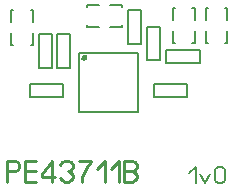
<source format=gbr>
%FSLAX34Y34*%
%MOMM*%
%LNSILK_TOP*%
G71*
G01*
%ADD10C,0.150*%
%ADD11C,0.500*%
%ADD12C,0.222*%
%ADD13C,0.178*%
%LPD*%
G54D10*
X150712Y877689D02*
X100712Y877689D01*
X100712Y927689D01*
X150712Y927689D01*
X150712Y877689D01*
G54D11*
G75*
G01X105462Y923439D02*
G03X105462Y923439I-500J0D01*
G01*
G54D10*
X58912Y890345D02*
X58912Y901320D01*
X87212Y901320D01*
X87212Y890345D01*
X58912Y890345D01*
G54D10*
X192512Y901120D02*
X192512Y890145D01*
X164213Y890145D01*
X164213Y901120D01*
X192512Y901120D01*
G54D10*
X81825Y943269D02*
X92800Y943269D01*
X92800Y914969D01*
X81825Y914969D01*
X81825Y943269D01*
G54D10*
X77719Y914900D02*
X66744Y914900D01*
X66744Y943200D01*
X77719Y943200D01*
X77719Y914900D01*
G54D10*
X153162Y935432D02*
X142188Y935432D01*
X142188Y963732D01*
X153162Y963732D01*
X153162Y935432D01*
G54D10*
X169000Y921145D02*
X158025Y921145D01*
X158025Y949445D01*
X169000Y949445D01*
X169000Y921145D01*
G54D10*
X203025Y929670D02*
X203025Y918695D01*
X174725Y918695D01*
X174725Y929670D01*
X203025Y929670D01*
G54D10*
X61496Y953864D02*
X61496Y963864D01*
X59746Y963864D01*
G54D10*
X43096Y953864D02*
X43096Y963864D01*
X44846Y963864D01*
G54D10*
X43096Y944364D02*
X43096Y934364D01*
X44846Y934364D01*
G54D10*
X61496Y944364D02*
X61496Y934364D01*
X59746Y934364D01*
G54D10*
X117590Y967960D02*
X107590Y967960D01*
X107590Y966210D01*
G54D10*
X117590Y949560D02*
X107590Y949560D01*
X107590Y951310D01*
G54D10*
X127090Y949560D02*
X137090Y949560D01*
X137090Y951310D01*
G54D10*
X127090Y967960D02*
X137090Y967960D01*
X137090Y966210D01*
G54D10*
X198542Y955477D02*
X198542Y965477D01*
X196792Y965477D01*
G54D10*
X180142Y955477D02*
X180142Y965477D01*
X181892Y965477D01*
G54D10*
X180142Y945977D02*
X180142Y935977D01*
X181892Y935977D01*
G54D10*
X198542Y945977D02*
X198542Y935977D01*
X196792Y935977D01*
G54D10*
X226467Y955477D02*
X226467Y965477D01*
X224717Y965477D01*
G54D10*
X208067Y955477D02*
X208067Y965477D01*
X209817Y965477D01*
G54D10*
X208067Y945977D02*
X208067Y935977D01*
X209817Y935977D01*
G54D10*
X226467Y945977D02*
X226467Y935977D01*
X224717Y935977D01*
G54D12*
X39688Y818356D02*
X39688Y836134D01*
X46354Y836134D01*
X49021Y835023D01*
X50354Y832801D01*
X50354Y830578D01*
X49021Y828356D01*
X46354Y827245D01*
X39688Y827245D01*
G54D12*
X64577Y818356D02*
X55244Y818356D01*
X55244Y836134D01*
X64577Y836134D01*
G54D12*
X55244Y827245D02*
X64577Y827245D01*
G54D12*
X77466Y818356D02*
X77466Y836134D01*
X69466Y825023D01*
X69466Y822801D01*
X80132Y822801D01*
G54D12*
X85022Y832801D02*
X86355Y835023D01*
X89022Y836134D01*
X91688Y836134D01*
X94355Y835023D01*
X95688Y832801D01*
X95688Y830578D01*
X94355Y828356D01*
X91688Y827245D01*
X94355Y826134D01*
X95688Y823912D01*
X95688Y821690D01*
X94355Y819467D01*
X91688Y818356D01*
X89022Y818356D01*
X86355Y819467D01*
X85022Y821690D01*
G54D12*
X100578Y836134D02*
X111244Y836134D01*
X109911Y833912D01*
X107244Y830578D01*
X104578Y826134D01*
X103244Y822801D01*
X103244Y818356D01*
G54D12*
X116134Y829467D02*
X122800Y836134D01*
X122800Y818356D01*
G54D12*
X127690Y829467D02*
X134356Y836134D01*
X134356Y818356D01*
G54D12*
X139246Y818356D02*
X139246Y836134D01*
X145912Y836134D01*
X148579Y835023D01*
X149912Y832801D01*
X149912Y830578D01*
X148579Y828356D01*
X145912Y827245D01*
X148579Y826134D01*
X149912Y823912D01*
X149912Y821690D01*
X148579Y819467D01*
X145912Y818356D01*
X139246Y818356D01*
G54D12*
X139246Y827245D02*
X145912Y827245D01*
G54D13*
X194282Y825849D02*
X199616Y831182D01*
X199616Y816960D01*
G54D13*
X203526Y824960D02*
X207793Y816960D01*
X212060Y824960D01*
G54D13*
X224504Y828515D02*
X224504Y819626D01*
X223437Y817849D01*
X221304Y816960D01*
X219170Y816960D01*
X217037Y817849D01*
X215970Y819626D01*
X215970Y828515D01*
X217037Y830293D01*
X219170Y831182D01*
X221304Y831182D01*
X223437Y830293D01*
X224504Y828515D01*
M02*

</source>
